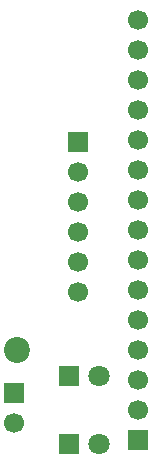
<source format=gbr>
%TF.GenerationSoftware,KiCad,Pcbnew,9.0.2+dfsg-1*%
%TF.CreationDate,2025-10-31T17:19:15+01:00*%
%TF.ProjectId,attiny,61747469-6e79-42e6-9b69-6361645f7063,rev?*%
%TF.SameCoordinates,Original*%
%TF.FileFunction,Soldermask,Bot*%
%TF.FilePolarity,Negative*%
%FSLAX46Y46*%
G04 Gerber Fmt 4.6, Leading zero omitted, Abs format (unit mm)*
G04 Created by KiCad (PCBNEW 9.0.2+dfsg-1) date 2025-10-31 17:19:15*
%MOMM*%
%LPD*%
G01*
G04 APERTURE LIST*
%ADD10R,1.800000X1.800000*%
%ADD11C,1.800000*%
%ADD12R,1.700000X1.700000*%
%ADD13C,1.700000*%
%ADD14C,2.200000*%
G04 APERTURE END LIST*
D10*
%TO.C,D1*%
X151660000Y-80800000D03*
D11*
X154200000Y-80800000D03*
%TD*%
D10*
%TO.C,D2*%
X151600000Y-86600000D03*
D11*
X154140000Y-86600000D03*
%TD*%
D12*
%TO.C,J3*%
X147000000Y-82260000D03*
D13*
X147000000Y-84800000D03*
%TD*%
D12*
%TO.C,J1*%
X152400000Y-61050000D03*
D13*
X152400000Y-63590000D03*
X152400000Y-66130000D03*
X152400000Y-68670000D03*
X152400000Y-71210000D03*
X152400000Y-73750000D03*
%TD*%
D14*
%TO.C,J4*%
X147200000Y-78600000D03*
%TD*%
D12*
%TO.C,J2*%
X157500000Y-86280000D03*
D13*
X157500000Y-83740000D03*
X157500000Y-81200000D03*
X157500000Y-78660000D03*
X157500000Y-76120000D03*
X157500000Y-73580000D03*
X157500000Y-71040000D03*
X157500000Y-68500000D03*
X157500000Y-65960000D03*
X157500000Y-63420000D03*
X157500000Y-60880000D03*
X157500000Y-58340000D03*
X157500000Y-55800000D03*
X157500000Y-53260000D03*
X157500000Y-50720000D03*
%TD*%
M02*

</source>
